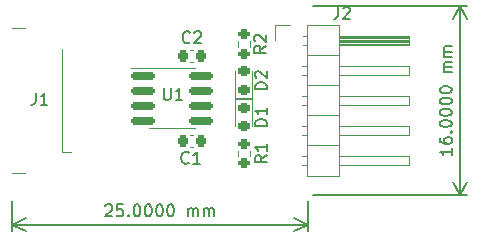
<source format=gto>
%TF.GenerationSoftware,KiCad,Pcbnew,(6.0.4-0)*%
%TF.CreationDate,2022-04-26T17:29:11+08:00*%
%TF.ProjectId,usb-ttl,7573622d-7474-46c2-9e6b-696361645f70,rev?*%
%TF.SameCoordinates,Original*%
%TF.FileFunction,Legend,Top*%
%TF.FilePolarity,Positive*%
%FSLAX46Y46*%
G04 Gerber Fmt 4.6, Leading zero omitted, Abs format (unit mm)*
G04 Created by KiCad (PCBNEW (6.0.4-0)) date 2022-04-26 17:29:11*
%MOMM*%
%LPD*%
G01*
G04 APERTURE LIST*
G04 Aperture macros list*
%AMRoundRect*
0 Rectangle with rounded corners*
0 $1 Rounding radius*
0 $2 $3 $4 $5 $6 $7 $8 $9 X,Y pos of 4 corners*
0 Add a 4 corners polygon primitive as box body*
4,1,4,$2,$3,$4,$5,$6,$7,$8,$9,$2,$3,0*
0 Add four circle primitives for the rounded corners*
1,1,$1+$1,$2,$3*
1,1,$1+$1,$4,$5*
1,1,$1+$1,$6,$7*
1,1,$1+$1,$8,$9*
0 Add four rect primitives between the rounded corners*
20,1,$1+$1,$2,$3,$4,$5,0*
20,1,$1+$1,$4,$5,$6,$7,0*
20,1,$1+$1,$6,$7,$8,$9,0*
20,1,$1+$1,$8,$9,$2,$3,0*%
G04 Aperture macros list end*
%ADD10C,0.150000*%
%ADD11C,0.120000*%
%ADD12RoundRect,0.225000X0.225000X0.250000X-0.225000X0.250000X-0.225000X-0.250000X0.225000X-0.250000X0*%
%ADD13RoundRect,0.218750X0.256250X-0.218750X0.256250X0.218750X-0.256250X0.218750X-0.256250X-0.218750X0*%
%ADD14RoundRect,0.200000X-0.275000X0.200000X-0.275000X-0.200000X0.275000X-0.200000X0.275000X0.200000X0*%
%ADD15RoundRect,0.218750X-0.256250X0.218750X-0.256250X-0.218750X0.256250X-0.218750X0.256250X0.218750X0*%
%ADD16RoundRect,0.150000X-0.825000X-0.150000X0.825000X-0.150000X0.825000X0.150000X-0.825000X0.150000X0*%
%ADD17RoundRect,0.200000X0.275000X-0.200000X0.275000X0.200000X-0.275000X0.200000X-0.275000X-0.200000X0*%
%ADD18O,1.700000X1.700000*%
%ADD19R,1.700000X1.700000*%
%ADD20C,1.100000*%
%ADD21R,2.500000X1.100000*%
%ADD22O,3.500000X1.900000*%
G04 APERTURE END LIST*
D10*
X197202380Y-96047619D02*
X197202380Y-96619047D01*
X197202380Y-96333333D02*
X196202380Y-96333333D01*
X196345238Y-96428571D01*
X196440476Y-96523809D01*
X196488095Y-96619047D01*
X196202380Y-95190476D02*
X196202380Y-95380952D01*
X196250000Y-95476190D01*
X196297619Y-95523809D01*
X196440476Y-95619047D01*
X196630952Y-95666666D01*
X197011904Y-95666666D01*
X197107142Y-95619047D01*
X197154761Y-95571428D01*
X197202380Y-95476190D01*
X197202380Y-95285714D01*
X197154761Y-95190476D01*
X197107142Y-95142857D01*
X197011904Y-95095238D01*
X196773809Y-95095238D01*
X196678571Y-95142857D01*
X196630952Y-95190476D01*
X196583333Y-95285714D01*
X196583333Y-95476190D01*
X196630952Y-95571428D01*
X196678571Y-95619047D01*
X196773809Y-95666666D01*
X197107142Y-94666666D02*
X197154761Y-94619047D01*
X197202380Y-94666666D01*
X197154761Y-94714285D01*
X197107142Y-94666666D01*
X197202380Y-94666666D01*
X196202380Y-94000000D02*
X196202380Y-93904761D01*
X196250000Y-93809523D01*
X196297619Y-93761904D01*
X196392857Y-93714285D01*
X196583333Y-93666666D01*
X196821428Y-93666666D01*
X197011904Y-93714285D01*
X197107142Y-93761904D01*
X197154761Y-93809523D01*
X197202380Y-93904761D01*
X197202380Y-94000000D01*
X197154761Y-94095238D01*
X197107142Y-94142857D01*
X197011904Y-94190476D01*
X196821428Y-94238095D01*
X196583333Y-94238095D01*
X196392857Y-94190476D01*
X196297619Y-94142857D01*
X196250000Y-94095238D01*
X196202380Y-94000000D01*
X196202380Y-93047619D02*
X196202380Y-92952380D01*
X196250000Y-92857142D01*
X196297619Y-92809523D01*
X196392857Y-92761904D01*
X196583333Y-92714285D01*
X196821428Y-92714285D01*
X197011904Y-92761904D01*
X197107142Y-92809523D01*
X197154761Y-92857142D01*
X197202380Y-92952380D01*
X197202380Y-93047619D01*
X197154761Y-93142857D01*
X197107142Y-93190476D01*
X197011904Y-93238095D01*
X196821428Y-93285714D01*
X196583333Y-93285714D01*
X196392857Y-93238095D01*
X196297619Y-93190476D01*
X196250000Y-93142857D01*
X196202380Y-93047619D01*
X196202380Y-92095238D02*
X196202380Y-92000000D01*
X196250000Y-91904761D01*
X196297619Y-91857142D01*
X196392857Y-91809523D01*
X196583333Y-91761904D01*
X196821428Y-91761904D01*
X197011904Y-91809523D01*
X197107142Y-91857142D01*
X197154761Y-91904761D01*
X197202380Y-92000000D01*
X197202380Y-92095238D01*
X197154761Y-92190476D01*
X197107142Y-92238095D01*
X197011904Y-92285714D01*
X196821428Y-92333333D01*
X196583333Y-92333333D01*
X196392857Y-92285714D01*
X196297619Y-92238095D01*
X196250000Y-92190476D01*
X196202380Y-92095238D01*
X196202380Y-91142857D02*
X196202380Y-91047619D01*
X196250000Y-90952380D01*
X196297619Y-90904761D01*
X196392857Y-90857142D01*
X196583333Y-90809523D01*
X196821428Y-90809523D01*
X197011904Y-90857142D01*
X197107142Y-90904761D01*
X197154761Y-90952380D01*
X197202380Y-91047619D01*
X197202380Y-91142857D01*
X197154761Y-91238095D01*
X197107142Y-91285714D01*
X197011904Y-91333333D01*
X196821428Y-91380952D01*
X196583333Y-91380952D01*
X196392857Y-91333333D01*
X196297619Y-91285714D01*
X196250000Y-91238095D01*
X196202380Y-91142857D01*
X197202380Y-89619047D02*
X196535714Y-89619047D01*
X196630952Y-89619047D02*
X196583333Y-89571428D01*
X196535714Y-89476190D01*
X196535714Y-89333333D01*
X196583333Y-89238095D01*
X196678571Y-89190476D01*
X197202380Y-89190476D01*
X196678571Y-89190476D02*
X196583333Y-89142857D01*
X196535714Y-89047619D01*
X196535714Y-88904761D01*
X196583333Y-88809523D01*
X196678571Y-88761904D01*
X197202380Y-88761904D01*
X197202380Y-88285714D02*
X196535714Y-88285714D01*
X196630952Y-88285714D02*
X196583333Y-88238095D01*
X196535714Y-88142857D01*
X196535714Y-88000000D01*
X196583333Y-87904761D01*
X196678571Y-87857142D01*
X197202380Y-87857142D01*
X196678571Y-87857142D02*
X196583333Y-87809523D01*
X196535714Y-87714285D01*
X196535714Y-87571428D01*
X196583333Y-87476190D01*
X196678571Y-87428571D01*
X197202380Y-87428571D01*
X185500000Y-84000000D02*
X198486420Y-84000000D01*
X185500000Y-100000000D02*
X198486420Y-100000000D01*
X197900000Y-84000000D02*
X197900000Y-100000000D01*
X197900000Y-84000000D02*
X197900000Y-100000000D01*
X197900000Y-84000000D02*
X197313579Y-85126504D01*
X197900000Y-84000000D02*
X198486421Y-85126504D01*
X197900000Y-100000000D02*
X198486421Y-98873496D01*
X197900000Y-100000000D02*
X197313579Y-98873496D01*
X167880952Y-100897619D02*
X167928571Y-100850000D01*
X168023809Y-100802380D01*
X168261904Y-100802380D01*
X168357142Y-100850000D01*
X168404761Y-100897619D01*
X168452380Y-100992857D01*
X168452380Y-101088095D01*
X168404761Y-101230952D01*
X167833333Y-101802380D01*
X168452380Y-101802380D01*
X169357142Y-100802380D02*
X168880952Y-100802380D01*
X168833333Y-101278571D01*
X168880952Y-101230952D01*
X168976190Y-101183333D01*
X169214285Y-101183333D01*
X169309523Y-101230952D01*
X169357142Y-101278571D01*
X169404761Y-101373809D01*
X169404761Y-101611904D01*
X169357142Y-101707142D01*
X169309523Y-101754761D01*
X169214285Y-101802380D01*
X168976190Y-101802380D01*
X168880952Y-101754761D01*
X168833333Y-101707142D01*
X169833333Y-101707142D02*
X169880952Y-101754761D01*
X169833333Y-101802380D01*
X169785714Y-101754761D01*
X169833333Y-101707142D01*
X169833333Y-101802380D01*
X170500000Y-100802380D02*
X170595238Y-100802380D01*
X170690476Y-100850000D01*
X170738095Y-100897619D01*
X170785714Y-100992857D01*
X170833333Y-101183333D01*
X170833333Y-101421428D01*
X170785714Y-101611904D01*
X170738095Y-101707142D01*
X170690476Y-101754761D01*
X170595238Y-101802380D01*
X170500000Y-101802380D01*
X170404761Y-101754761D01*
X170357142Y-101707142D01*
X170309523Y-101611904D01*
X170261904Y-101421428D01*
X170261904Y-101183333D01*
X170309523Y-100992857D01*
X170357142Y-100897619D01*
X170404761Y-100850000D01*
X170500000Y-100802380D01*
X171452380Y-100802380D02*
X171547619Y-100802380D01*
X171642857Y-100850000D01*
X171690476Y-100897619D01*
X171738095Y-100992857D01*
X171785714Y-101183333D01*
X171785714Y-101421428D01*
X171738095Y-101611904D01*
X171690476Y-101707142D01*
X171642857Y-101754761D01*
X171547619Y-101802380D01*
X171452380Y-101802380D01*
X171357142Y-101754761D01*
X171309523Y-101707142D01*
X171261904Y-101611904D01*
X171214285Y-101421428D01*
X171214285Y-101183333D01*
X171261904Y-100992857D01*
X171309523Y-100897619D01*
X171357142Y-100850000D01*
X171452380Y-100802380D01*
X172404761Y-100802380D02*
X172500000Y-100802380D01*
X172595238Y-100850000D01*
X172642857Y-100897619D01*
X172690476Y-100992857D01*
X172738095Y-101183333D01*
X172738095Y-101421428D01*
X172690476Y-101611904D01*
X172642857Y-101707142D01*
X172595238Y-101754761D01*
X172500000Y-101802380D01*
X172404761Y-101802380D01*
X172309523Y-101754761D01*
X172261904Y-101707142D01*
X172214285Y-101611904D01*
X172166666Y-101421428D01*
X172166666Y-101183333D01*
X172214285Y-100992857D01*
X172261904Y-100897619D01*
X172309523Y-100850000D01*
X172404761Y-100802380D01*
X173357142Y-100802380D02*
X173452380Y-100802380D01*
X173547619Y-100850000D01*
X173595238Y-100897619D01*
X173642857Y-100992857D01*
X173690476Y-101183333D01*
X173690476Y-101421428D01*
X173642857Y-101611904D01*
X173595238Y-101707142D01*
X173547619Y-101754761D01*
X173452380Y-101802380D01*
X173357142Y-101802380D01*
X173261904Y-101754761D01*
X173214285Y-101707142D01*
X173166666Y-101611904D01*
X173119047Y-101421428D01*
X173119047Y-101183333D01*
X173166666Y-100992857D01*
X173214285Y-100897619D01*
X173261904Y-100850000D01*
X173357142Y-100802380D01*
X174880952Y-101802380D02*
X174880952Y-101135714D01*
X174880952Y-101230952D02*
X174928571Y-101183333D01*
X175023809Y-101135714D01*
X175166666Y-101135714D01*
X175261904Y-101183333D01*
X175309523Y-101278571D01*
X175309523Y-101802380D01*
X175309523Y-101278571D02*
X175357142Y-101183333D01*
X175452380Y-101135714D01*
X175595238Y-101135714D01*
X175690476Y-101183333D01*
X175738095Y-101278571D01*
X175738095Y-101802380D01*
X176214285Y-101802380D02*
X176214285Y-101135714D01*
X176214285Y-101230952D02*
X176261904Y-101183333D01*
X176357142Y-101135714D01*
X176500000Y-101135714D01*
X176595238Y-101183333D01*
X176642857Y-101278571D01*
X176642857Y-101802380D01*
X176642857Y-101278571D02*
X176690476Y-101183333D01*
X176785714Y-101135714D01*
X176928571Y-101135714D01*
X177023809Y-101183333D01*
X177071428Y-101278571D01*
X177071428Y-101802380D01*
X160000000Y-100500000D02*
X160000000Y-103086420D01*
X185000000Y-100500000D02*
X185000000Y-103086420D01*
X160000000Y-102500000D02*
X185000000Y-102500000D01*
X160000000Y-102500000D02*
X185000000Y-102500000D01*
X160000000Y-102500000D02*
X161126504Y-103086421D01*
X160000000Y-102500000D02*
X161126504Y-101913579D01*
X185000000Y-102500000D02*
X183873496Y-101913579D01*
X185000000Y-102500000D02*
X183873496Y-103086421D01*
%TO.C,C1*%
X174933333Y-97257142D02*
X174885714Y-97304761D01*
X174742857Y-97352380D01*
X174647619Y-97352380D01*
X174504761Y-97304761D01*
X174409523Y-97209523D01*
X174361904Y-97114285D01*
X174314285Y-96923809D01*
X174314285Y-96780952D01*
X174361904Y-96590476D01*
X174409523Y-96495238D01*
X174504761Y-96400000D01*
X174647619Y-96352380D01*
X174742857Y-96352380D01*
X174885714Y-96400000D01*
X174933333Y-96447619D01*
X175885714Y-97352380D02*
X175314285Y-97352380D01*
X175600000Y-97352380D02*
X175600000Y-96352380D01*
X175504761Y-96495238D01*
X175409523Y-96590476D01*
X175314285Y-96638095D01*
%TO.C,D2*%
X181552380Y-91038095D02*
X180552380Y-91038095D01*
X180552380Y-90800000D01*
X180600000Y-90657142D01*
X180695238Y-90561904D01*
X180790476Y-90514285D01*
X180980952Y-90466666D01*
X181123809Y-90466666D01*
X181314285Y-90514285D01*
X181409523Y-90561904D01*
X181504761Y-90657142D01*
X181552380Y-90800000D01*
X181552380Y-91038095D01*
X180647619Y-90085714D02*
X180600000Y-90038095D01*
X180552380Y-89942857D01*
X180552380Y-89704761D01*
X180600000Y-89609523D01*
X180647619Y-89561904D01*
X180742857Y-89514285D01*
X180838095Y-89514285D01*
X180980952Y-89561904D01*
X181552380Y-90133333D01*
X181552380Y-89514285D01*
%TO.C,R2*%
X181482380Y-87366666D02*
X181006190Y-87700000D01*
X181482380Y-87938095D02*
X180482380Y-87938095D01*
X180482380Y-87557142D01*
X180530000Y-87461904D01*
X180577619Y-87414285D01*
X180672857Y-87366666D01*
X180815714Y-87366666D01*
X180910952Y-87414285D01*
X180958571Y-87461904D01*
X181006190Y-87557142D01*
X181006190Y-87938095D01*
X180577619Y-86985714D02*
X180530000Y-86938095D01*
X180482380Y-86842857D01*
X180482380Y-86604761D01*
X180530000Y-86509523D01*
X180577619Y-86461904D01*
X180672857Y-86414285D01*
X180768095Y-86414285D01*
X180910952Y-86461904D01*
X181482380Y-87033333D01*
X181482380Y-86414285D01*
%TO.C,D1*%
X181552380Y-94138095D02*
X180552380Y-94138095D01*
X180552380Y-93900000D01*
X180600000Y-93757142D01*
X180695238Y-93661904D01*
X180790476Y-93614285D01*
X180980952Y-93566666D01*
X181123809Y-93566666D01*
X181314285Y-93614285D01*
X181409523Y-93661904D01*
X181504761Y-93757142D01*
X181552380Y-93900000D01*
X181552380Y-94138095D01*
X181552380Y-92614285D02*
X181552380Y-93185714D01*
X181552380Y-92900000D02*
X180552380Y-92900000D01*
X180695238Y-92995238D01*
X180790476Y-93090476D01*
X180838095Y-93185714D01*
%TO.C,U1*%
X172838095Y-90952380D02*
X172838095Y-91761904D01*
X172885714Y-91857142D01*
X172933333Y-91904761D01*
X173028571Y-91952380D01*
X173219047Y-91952380D01*
X173314285Y-91904761D01*
X173361904Y-91857142D01*
X173409523Y-91761904D01*
X173409523Y-90952380D01*
X174409523Y-91952380D02*
X173838095Y-91952380D01*
X174123809Y-91952380D02*
X174123809Y-90952380D01*
X174028571Y-91095238D01*
X173933333Y-91190476D01*
X173838095Y-91238095D01*
%TO.C,R1*%
X181552380Y-96641666D02*
X181076190Y-96975000D01*
X181552380Y-97213095D02*
X180552380Y-97213095D01*
X180552380Y-96832142D01*
X180600000Y-96736904D01*
X180647619Y-96689285D01*
X180742857Y-96641666D01*
X180885714Y-96641666D01*
X180980952Y-96689285D01*
X181028571Y-96736904D01*
X181076190Y-96832142D01*
X181076190Y-97213095D01*
X181552380Y-95689285D02*
X181552380Y-96260714D01*
X181552380Y-95975000D02*
X180552380Y-95975000D01*
X180695238Y-96070238D01*
X180790476Y-96165476D01*
X180838095Y-96260714D01*
%TO.C,J2*%
X187576666Y-84102380D02*
X187576666Y-84816666D01*
X187529047Y-84959523D01*
X187433809Y-85054761D01*
X187290952Y-85102380D01*
X187195714Y-85102380D01*
X188005238Y-84197619D02*
X188052857Y-84150000D01*
X188148095Y-84102380D01*
X188386190Y-84102380D01*
X188481428Y-84150000D01*
X188529047Y-84197619D01*
X188576666Y-84292857D01*
X188576666Y-84388095D01*
X188529047Y-84530952D01*
X187957619Y-85102380D01*
X188576666Y-85102380D01*
%TO.C,J1*%
X161966666Y-91352380D02*
X161966666Y-92066666D01*
X161919047Y-92209523D01*
X161823809Y-92304761D01*
X161680952Y-92352380D01*
X161585714Y-92352380D01*
X162966666Y-92352380D02*
X162395238Y-92352380D01*
X162680952Y-92352380D02*
X162680952Y-91352380D01*
X162585714Y-91495238D01*
X162490476Y-91590476D01*
X162395238Y-91638095D01*
%TO.C,C2*%
X175033333Y-87057142D02*
X174985714Y-87104761D01*
X174842857Y-87152380D01*
X174747619Y-87152380D01*
X174604761Y-87104761D01*
X174509523Y-87009523D01*
X174461904Y-86914285D01*
X174414285Y-86723809D01*
X174414285Y-86580952D01*
X174461904Y-86390476D01*
X174509523Y-86295238D01*
X174604761Y-86200000D01*
X174747619Y-86152380D01*
X174842857Y-86152380D01*
X174985714Y-86200000D01*
X175033333Y-86247619D01*
X175414285Y-86247619D02*
X175461904Y-86200000D01*
X175557142Y-86152380D01*
X175795238Y-86152380D01*
X175890476Y-86200000D01*
X175938095Y-86247619D01*
X175985714Y-86342857D01*
X175985714Y-86438095D01*
X175938095Y-86580952D01*
X175366666Y-87152380D01*
X175985714Y-87152380D01*
D11*
%TO.C,C1*%
X175340580Y-94890000D02*
X175059420Y-94890000D01*
X175340580Y-95910000D02*
X175059420Y-95910000D01*
%TO.C,D2*%
X180335000Y-91785000D02*
X180335000Y-89500000D01*
X178865000Y-91785000D02*
X180335000Y-91785000D01*
X178865000Y-89500000D02*
X178865000Y-91785000D01*
%TO.C,R2*%
X179077500Y-86962742D02*
X179077500Y-87437258D01*
X180122500Y-86962742D02*
X180122500Y-87437258D01*
%TO.C,D1*%
X178865000Y-91915000D02*
X178865000Y-94200000D01*
X180335000Y-91915000D02*
X178865000Y-91915000D01*
X180335000Y-94200000D02*
X180335000Y-91915000D01*
%TO.C,U1*%
X173500000Y-89240000D02*
X175450000Y-89240000D01*
X173500000Y-94360000D02*
X175450000Y-94360000D01*
X173500000Y-89240000D02*
X170050000Y-89240000D01*
X173500000Y-94360000D02*
X171550000Y-94360000D01*
%TO.C,R1*%
X180122500Y-96712258D02*
X180122500Y-96237742D01*
X179077500Y-96712258D02*
X179077500Y-96237742D01*
%TO.C,J2*%
X193625000Y-96700000D02*
X193625000Y-97460000D01*
X184567929Y-94160000D02*
X184965000Y-94160000D01*
X193625000Y-97460000D02*
X187625000Y-97460000D01*
X182255000Y-86920000D02*
X182255000Y-85650000D01*
X187625000Y-96700000D02*
X193625000Y-96700000D01*
X187625000Y-86540000D02*
X193625000Y-86540000D01*
X193625000Y-86540000D02*
X193625000Y-87300000D01*
X193625000Y-94160000D02*
X193625000Y-94920000D01*
X187625000Y-94160000D02*
X193625000Y-94160000D01*
X187625000Y-87080000D02*
X193625000Y-87080000D01*
X184567929Y-89840000D02*
X184965000Y-89840000D01*
X187625000Y-87200000D02*
X193625000Y-87200000D01*
X184635000Y-86540000D02*
X184965000Y-86540000D01*
X187625000Y-86840000D02*
X193625000Y-86840000D01*
X193625000Y-89080000D02*
X193625000Y-89840000D01*
X187625000Y-86720000D02*
X193625000Y-86720000D01*
X184567929Y-89080000D02*
X184965000Y-89080000D01*
X187625000Y-86600000D02*
X193625000Y-86600000D01*
X193625000Y-87300000D02*
X187625000Y-87300000D01*
X187625000Y-86960000D02*
X193625000Y-86960000D01*
X184965000Y-98410000D02*
X187625000Y-98410000D01*
X193625000Y-92380000D02*
X187625000Y-92380000D01*
X187625000Y-91620000D02*
X193625000Y-91620000D01*
X184567929Y-96700000D02*
X184965000Y-96700000D01*
X187625000Y-89080000D02*
X193625000Y-89080000D01*
X193625000Y-91620000D02*
X193625000Y-92380000D01*
X184567929Y-97460000D02*
X184965000Y-97460000D01*
X184965000Y-85590000D02*
X184965000Y-98410000D01*
X184635000Y-87300000D02*
X184965000Y-87300000D01*
X184965000Y-93270000D02*
X187625000Y-93270000D01*
X184965000Y-88190000D02*
X187625000Y-88190000D01*
X193625000Y-89840000D02*
X187625000Y-89840000D01*
X182255000Y-85650000D02*
X183525000Y-85650000D01*
X184567929Y-91620000D02*
X184965000Y-91620000D01*
X184965000Y-95810000D02*
X187625000Y-95810000D01*
X184567929Y-92380000D02*
X184965000Y-92380000D01*
X184965000Y-90730000D02*
X187625000Y-90730000D01*
X187625000Y-85590000D02*
X184965000Y-85590000D01*
X187625000Y-98410000D02*
X187625000Y-85590000D01*
X193625000Y-94920000D02*
X187625000Y-94920000D01*
X184567929Y-94920000D02*
X184965000Y-94920000D01*
%TO.C,J1*%
X161050000Y-98145000D02*
X160000000Y-98145000D01*
X164220000Y-96400000D02*
X164220000Y-87600000D01*
X164220000Y-96400000D02*
X164975000Y-96400000D01*
X161050000Y-85855000D02*
X160000000Y-85855000D01*
%TO.C,C2*%
X175340580Y-88710000D02*
X175059420Y-88710000D01*
X175340580Y-87690000D02*
X175059420Y-87690000D01*
%TD*%
%LPC*%
D12*
%TO.C,C1*%
X175975000Y-95400000D03*
X174425000Y-95400000D03*
%TD*%
D13*
%TO.C,D2*%
X179600000Y-91087500D03*
X179600000Y-89512500D03*
%TD*%
D14*
%TO.C,R2*%
X179600000Y-86375000D03*
X179600000Y-88025000D03*
%TD*%
D15*
%TO.C,D1*%
X179600000Y-92612500D03*
X179600000Y-94187500D03*
%TD*%
D16*
%TO.C,U1*%
X171025000Y-89895000D03*
X171025000Y-91165000D03*
X171025000Y-92435000D03*
X171025000Y-93705000D03*
X175975000Y-93705000D03*
X175975000Y-92435000D03*
X175975000Y-91165000D03*
X175975000Y-89895000D03*
%TD*%
D17*
%TO.C,R1*%
X179600000Y-97300000D03*
X179600000Y-95650000D03*
%TD*%
D18*
%TO.C,J2*%
X183525000Y-97080000D03*
X183525000Y-94540000D03*
X183525000Y-92000000D03*
X183525000Y-89460000D03*
D19*
X183525000Y-86920000D03*
%TD*%
D20*
%TO.C,J1*%
X163100000Y-89700000D03*
X163100000Y-94300000D03*
D21*
X165850000Y-95500000D03*
X165850000Y-93000000D03*
X165850000Y-91000000D03*
X165850000Y-88500000D03*
D22*
X163100000Y-86300000D03*
X163100000Y-97700000D03*
%TD*%
D12*
%TO.C,C2*%
X174425000Y-88200000D03*
X175975000Y-88200000D03*
%TD*%
M02*

</source>
